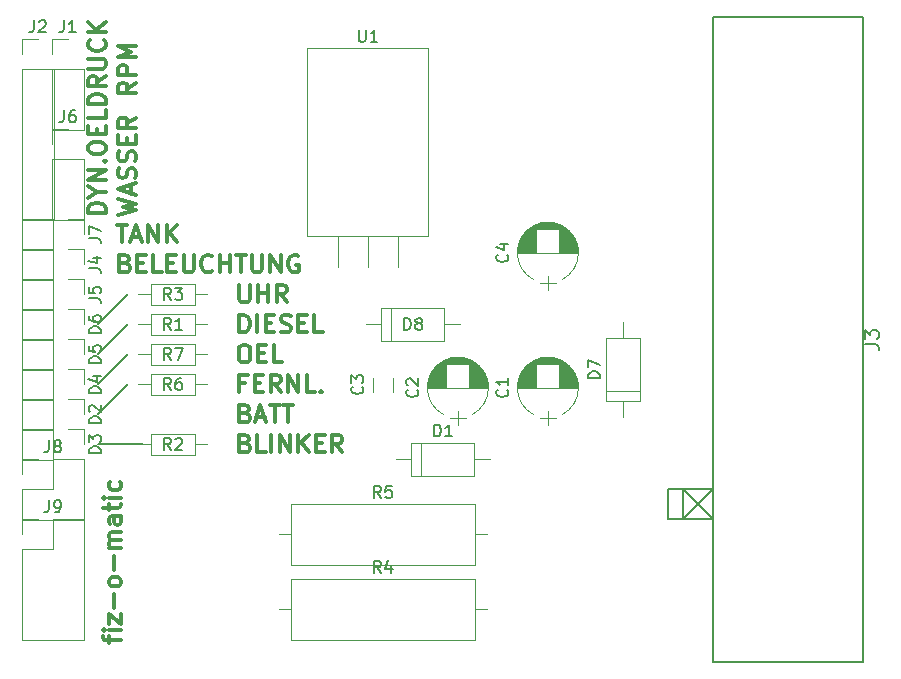
<source format=gto>
G04 #@! TF.GenerationSoftware,KiCad,Pcbnew,(5.0.0-3-g5ebb6b6)*
G04 #@! TF.CreationDate,2018-12-30T11:26:31+01:00*
G04 #@! TF.ProjectId,Leiterfolie,4C6569746572666F6C69652E6B696361,rev?*
G04 #@! TF.SameCoordinates,Original*
G04 #@! TF.FileFunction,Legend,Top*
G04 #@! TF.FilePolarity,Positive*
%FSLAX46Y46*%
G04 Gerber Fmt 4.6, Leading zero omitted, Abs format (unit mm)*
G04 Created by KiCad (PCBNEW (5.0.0-3-g5ebb6b6)) date Sunday, 30. December 2018 um 11:26:31*
%MOMM*%
%LPD*%
G01*
G04 APERTURE LIST*
%ADD10C,0.200000*%
%ADD11C,0.300000*%
%ADD12C,0.120000*%
%ADD13C,0.150000*%
G04 APERTURE END LIST*
D10*
X85090000Y-118110000D02*
X81280000Y-118110000D01*
X83820000Y-105410000D02*
X81280000Y-107950000D01*
X83820000Y-107950000D02*
X81280000Y-110490000D01*
X83820000Y-110490000D02*
X81280000Y-113030000D01*
X83820000Y-113030000D02*
X81280000Y-115570000D01*
X130810000Y-124460000D02*
X133350000Y-121920000D01*
X130810000Y-121920000D02*
X130810000Y-124460000D01*
X133350000Y-124460000D02*
X130810000Y-121920000D01*
X129540000Y-124460000D02*
X133350000Y-124460000D01*
X129540000Y-121920000D02*
X129540000Y-124460000D01*
X133350000Y-121920000D02*
X129540000Y-121920000D01*
D11*
X82228571Y-134917142D02*
X82228571Y-134345714D01*
X83228571Y-134702857D02*
X81942857Y-134702857D01*
X81800000Y-134631428D01*
X81728571Y-134488571D01*
X81728571Y-134345714D01*
X83228571Y-133845714D02*
X82228571Y-133845714D01*
X81728571Y-133845714D02*
X81800000Y-133917142D01*
X81871428Y-133845714D01*
X81800000Y-133774285D01*
X81728571Y-133845714D01*
X81871428Y-133845714D01*
X82228571Y-133274285D02*
X82228571Y-132488571D01*
X83228571Y-133274285D01*
X83228571Y-132488571D01*
X82657142Y-131917142D02*
X82657142Y-130774285D01*
X83228571Y-129845714D02*
X83157142Y-129988571D01*
X83085714Y-130060000D01*
X82942857Y-130131428D01*
X82514285Y-130131428D01*
X82371428Y-130060000D01*
X82300000Y-129988571D01*
X82228571Y-129845714D01*
X82228571Y-129631428D01*
X82300000Y-129488571D01*
X82371428Y-129417142D01*
X82514285Y-129345714D01*
X82942857Y-129345714D01*
X83085714Y-129417142D01*
X83157142Y-129488571D01*
X83228571Y-129631428D01*
X83228571Y-129845714D01*
X82657142Y-128702857D02*
X82657142Y-127560000D01*
X83228571Y-126845714D02*
X82228571Y-126845714D01*
X82371428Y-126845714D02*
X82300000Y-126774285D01*
X82228571Y-126631428D01*
X82228571Y-126417142D01*
X82300000Y-126274285D01*
X82442857Y-126202857D01*
X83228571Y-126202857D01*
X82442857Y-126202857D02*
X82300000Y-126131428D01*
X82228571Y-125988571D01*
X82228571Y-125774285D01*
X82300000Y-125631428D01*
X82442857Y-125560000D01*
X83228571Y-125560000D01*
X83228571Y-124202857D02*
X82442857Y-124202857D01*
X82300000Y-124274285D01*
X82228571Y-124417142D01*
X82228571Y-124702857D01*
X82300000Y-124845714D01*
X83157142Y-124202857D02*
X83228571Y-124345714D01*
X83228571Y-124702857D01*
X83157142Y-124845714D01*
X83014285Y-124917142D01*
X82871428Y-124917142D01*
X82728571Y-124845714D01*
X82657142Y-124702857D01*
X82657142Y-124345714D01*
X82585714Y-124202857D01*
X82228571Y-123702857D02*
X82228571Y-123131428D01*
X81728571Y-123488571D02*
X83014285Y-123488571D01*
X83157142Y-123417142D01*
X83228571Y-123274285D01*
X83228571Y-123131428D01*
X83228571Y-122631428D02*
X82228571Y-122631428D01*
X81728571Y-122631428D02*
X81800000Y-122702857D01*
X81871428Y-122631428D01*
X81800000Y-122560000D01*
X81728571Y-122631428D01*
X81871428Y-122631428D01*
X83157142Y-121274285D02*
X83228571Y-121417142D01*
X83228571Y-121702857D01*
X83157142Y-121845714D01*
X83085714Y-121917142D01*
X82942857Y-121988571D01*
X82514285Y-121988571D01*
X82371428Y-121917142D01*
X82300000Y-121845714D01*
X82228571Y-121702857D01*
X82228571Y-121417142D01*
X82300000Y-121274285D01*
X93762142Y-118002857D02*
X93976428Y-118074285D01*
X94047857Y-118145714D01*
X94119285Y-118288571D01*
X94119285Y-118502857D01*
X94047857Y-118645714D01*
X93976428Y-118717142D01*
X93833571Y-118788571D01*
X93262142Y-118788571D01*
X93262142Y-117288571D01*
X93762142Y-117288571D01*
X93905000Y-117360000D01*
X93976428Y-117431428D01*
X94047857Y-117574285D01*
X94047857Y-117717142D01*
X93976428Y-117860000D01*
X93905000Y-117931428D01*
X93762142Y-118002857D01*
X93262142Y-118002857D01*
X95476428Y-118788571D02*
X94762142Y-118788571D01*
X94762142Y-117288571D01*
X95976428Y-118788571D02*
X95976428Y-117288571D01*
X96690714Y-118788571D02*
X96690714Y-117288571D01*
X97547857Y-118788571D01*
X97547857Y-117288571D01*
X98262142Y-118788571D02*
X98262142Y-117288571D01*
X99119285Y-118788571D02*
X98476428Y-117931428D01*
X99119285Y-117288571D02*
X98262142Y-118145714D01*
X99762142Y-118002857D02*
X100262142Y-118002857D01*
X100476428Y-118788571D02*
X99762142Y-118788571D01*
X99762142Y-117288571D01*
X100476428Y-117288571D01*
X101976428Y-118788571D02*
X101476428Y-118074285D01*
X101119285Y-118788571D02*
X101119285Y-117288571D01*
X101690714Y-117288571D01*
X101833571Y-117360000D01*
X101905000Y-117431428D01*
X101976428Y-117574285D01*
X101976428Y-117788571D01*
X101905000Y-117931428D01*
X101833571Y-118002857D01*
X101690714Y-118074285D01*
X101119285Y-118074285D01*
X93762142Y-115462857D02*
X93976428Y-115534285D01*
X94047857Y-115605714D01*
X94119285Y-115748571D01*
X94119285Y-115962857D01*
X94047857Y-116105714D01*
X93976428Y-116177142D01*
X93833571Y-116248571D01*
X93262142Y-116248571D01*
X93262142Y-114748571D01*
X93762142Y-114748571D01*
X93905000Y-114820000D01*
X93976428Y-114891428D01*
X94047857Y-115034285D01*
X94047857Y-115177142D01*
X93976428Y-115320000D01*
X93905000Y-115391428D01*
X93762142Y-115462857D01*
X93262142Y-115462857D01*
X94690714Y-115820000D02*
X95405000Y-115820000D01*
X94547857Y-116248571D02*
X95047857Y-114748571D01*
X95547857Y-116248571D01*
X95833571Y-114748571D02*
X96690714Y-114748571D01*
X96262142Y-116248571D02*
X96262142Y-114748571D01*
X96976428Y-114748571D02*
X97833571Y-114748571D01*
X97405000Y-116248571D02*
X97405000Y-114748571D01*
X93762142Y-112922857D02*
X93262142Y-112922857D01*
X93262142Y-113708571D02*
X93262142Y-112208571D01*
X93976428Y-112208571D01*
X94547857Y-112922857D02*
X95047857Y-112922857D01*
X95262142Y-113708571D02*
X94547857Y-113708571D01*
X94547857Y-112208571D01*
X95262142Y-112208571D01*
X96762142Y-113708571D02*
X96262142Y-112994285D01*
X95905000Y-113708571D02*
X95905000Y-112208571D01*
X96476428Y-112208571D01*
X96619285Y-112280000D01*
X96690714Y-112351428D01*
X96762142Y-112494285D01*
X96762142Y-112708571D01*
X96690714Y-112851428D01*
X96619285Y-112922857D01*
X96476428Y-112994285D01*
X95905000Y-112994285D01*
X97405000Y-113708571D02*
X97405000Y-112208571D01*
X98262142Y-113708571D01*
X98262142Y-112208571D01*
X99690714Y-113708571D02*
X98976428Y-113708571D01*
X98976428Y-112208571D01*
X100190714Y-113565714D02*
X100262142Y-113637142D01*
X100190714Y-113708571D01*
X100119285Y-113637142D01*
X100190714Y-113565714D01*
X100190714Y-113708571D01*
X93547857Y-109668571D02*
X93833571Y-109668571D01*
X93976428Y-109740000D01*
X94119285Y-109882857D01*
X94190714Y-110168571D01*
X94190714Y-110668571D01*
X94119285Y-110954285D01*
X93976428Y-111097142D01*
X93833571Y-111168571D01*
X93547857Y-111168571D01*
X93405000Y-111097142D01*
X93262142Y-110954285D01*
X93190714Y-110668571D01*
X93190714Y-110168571D01*
X93262142Y-109882857D01*
X93405000Y-109740000D01*
X93547857Y-109668571D01*
X94833571Y-110382857D02*
X95333571Y-110382857D01*
X95547857Y-111168571D02*
X94833571Y-111168571D01*
X94833571Y-109668571D01*
X95547857Y-109668571D01*
X96905000Y-111168571D02*
X96190714Y-111168571D01*
X96190714Y-109668571D01*
X93262142Y-108628571D02*
X93262142Y-107128571D01*
X93619285Y-107128571D01*
X93833571Y-107200000D01*
X93976428Y-107342857D01*
X94047857Y-107485714D01*
X94119285Y-107771428D01*
X94119285Y-107985714D01*
X94047857Y-108271428D01*
X93976428Y-108414285D01*
X93833571Y-108557142D01*
X93619285Y-108628571D01*
X93262142Y-108628571D01*
X94762142Y-108628571D02*
X94762142Y-107128571D01*
X95476428Y-107842857D02*
X95976428Y-107842857D01*
X96190714Y-108628571D02*
X95476428Y-108628571D01*
X95476428Y-107128571D01*
X96190714Y-107128571D01*
X96762142Y-108557142D02*
X96976428Y-108628571D01*
X97333571Y-108628571D01*
X97476428Y-108557142D01*
X97547857Y-108485714D01*
X97619285Y-108342857D01*
X97619285Y-108200000D01*
X97547857Y-108057142D01*
X97476428Y-107985714D01*
X97333571Y-107914285D01*
X97047857Y-107842857D01*
X96905000Y-107771428D01*
X96833571Y-107700000D01*
X96762142Y-107557142D01*
X96762142Y-107414285D01*
X96833571Y-107271428D01*
X96905000Y-107200000D01*
X97047857Y-107128571D01*
X97405000Y-107128571D01*
X97619285Y-107200000D01*
X98262142Y-107842857D02*
X98762142Y-107842857D01*
X98976428Y-108628571D02*
X98262142Y-108628571D01*
X98262142Y-107128571D01*
X98976428Y-107128571D01*
X100333571Y-108628571D02*
X99619285Y-108628571D01*
X99619285Y-107128571D01*
X93262142Y-104588571D02*
X93262142Y-105802857D01*
X93333571Y-105945714D01*
X93405000Y-106017142D01*
X93547857Y-106088571D01*
X93833571Y-106088571D01*
X93976428Y-106017142D01*
X94047857Y-105945714D01*
X94119285Y-105802857D01*
X94119285Y-104588571D01*
X94833571Y-106088571D02*
X94833571Y-104588571D01*
X94833571Y-105302857D02*
X95690714Y-105302857D01*
X95690714Y-106088571D02*
X95690714Y-104588571D01*
X97262142Y-106088571D02*
X96762142Y-105374285D01*
X96405000Y-106088571D02*
X96405000Y-104588571D01*
X96976428Y-104588571D01*
X97119285Y-104660000D01*
X97190714Y-104731428D01*
X97262142Y-104874285D01*
X97262142Y-105088571D01*
X97190714Y-105231428D01*
X97119285Y-105302857D01*
X96976428Y-105374285D01*
X96405000Y-105374285D01*
X83602142Y-102762857D02*
X83816428Y-102834285D01*
X83887857Y-102905714D01*
X83959285Y-103048571D01*
X83959285Y-103262857D01*
X83887857Y-103405714D01*
X83816428Y-103477142D01*
X83673571Y-103548571D01*
X83102142Y-103548571D01*
X83102142Y-102048571D01*
X83602142Y-102048571D01*
X83745000Y-102120000D01*
X83816428Y-102191428D01*
X83887857Y-102334285D01*
X83887857Y-102477142D01*
X83816428Y-102620000D01*
X83745000Y-102691428D01*
X83602142Y-102762857D01*
X83102142Y-102762857D01*
X84602142Y-102762857D02*
X85102142Y-102762857D01*
X85316428Y-103548571D02*
X84602142Y-103548571D01*
X84602142Y-102048571D01*
X85316428Y-102048571D01*
X86673571Y-103548571D02*
X85959285Y-103548571D01*
X85959285Y-102048571D01*
X87173571Y-102762857D02*
X87673571Y-102762857D01*
X87887857Y-103548571D02*
X87173571Y-103548571D01*
X87173571Y-102048571D01*
X87887857Y-102048571D01*
X88530714Y-102048571D02*
X88530714Y-103262857D01*
X88602142Y-103405714D01*
X88673571Y-103477142D01*
X88816428Y-103548571D01*
X89102142Y-103548571D01*
X89245000Y-103477142D01*
X89316428Y-103405714D01*
X89387857Y-103262857D01*
X89387857Y-102048571D01*
X90959285Y-103405714D02*
X90887857Y-103477142D01*
X90673571Y-103548571D01*
X90530714Y-103548571D01*
X90316428Y-103477142D01*
X90173571Y-103334285D01*
X90102142Y-103191428D01*
X90030714Y-102905714D01*
X90030714Y-102691428D01*
X90102142Y-102405714D01*
X90173571Y-102262857D01*
X90316428Y-102120000D01*
X90530714Y-102048571D01*
X90673571Y-102048571D01*
X90887857Y-102120000D01*
X90959285Y-102191428D01*
X91602142Y-103548571D02*
X91602142Y-102048571D01*
X91602142Y-102762857D02*
X92459285Y-102762857D01*
X92459285Y-103548571D02*
X92459285Y-102048571D01*
X92959285Y-102048571D02*
X93816428Y-102048571D01*
X93387857Y-103548571D02*
X93387857Y-102048571D01*
X94316428Y-102048571D02*
X94316428Y-103262857D01*
X94387857Y-103405714D01*
X94459285Y-103477142D01*
X94602142Y-103548571D01*
X94887857Y-103548571D01*
X95030714Y-103477142D01*
X95102142Y-103405714D01*
X95173571Y-103262857D01*
X95173571Y-102048571D01*
X95887857Y-103548571D02*
X95887857Y-102048571D01*
X96745000Y-103548571D01*
X96745000Y-102048571D01*
X98245000Y-102120000D02*
X98102142Y-102048571D01*
X97887857Y-102048571D01*
X97673571Y-102120000D01*
X97530714Y-102262857D01*
X97459285Y-102405714D01*
X97387857Y-102691428D01*
X97387857Y-102905714D01*
X97459285Y-103191428D01*
X97530714Y-103334285D01*
X97673571Y-103477142D01*
X97887857Y-103548571D01*
X98030714Y-103548571D01*
X98245000Y-103477142D01*
X98316428Y-103405714D01*
X98316428Y-102905714D01*
X98030714Y-102905714D01*
X82887857Y-99508571D02*
X83745000Y-99508571D01*
X83316428Y-101008571D02*
X83316428Y-99508571D01*
X84173571Y-100580000D02*
X84887857Y-100580000D01*
X84030714Y-101008571D02*
X84530714Y-99508571D01*
X85030714Y-101008571D01*
X85530714Y-101008571D02*
X85530714Y-99508571D01*
X86387857Y-101008571D01*
X86387857Y-99508571D01*
X87102142Y-101008571D02*
X87102142Y-99508571D01*
X87959285Y-101008571D02*
X87316428Y-100151428D01*
X87959285Y-99508571D02*
X87102142Y-100365714D01*
X82998571Y-98650714D02*
X84498571Y-98293571D01*
X83427142Y-98007857D01*
X84498571Y-97722142D01*
X82998571Y-97365000D01*
X84070000Y-96865000D02*
X84070000Y-96150714D01*
X84498571Y-97007857D02*
X82998571Y-96507857D01*
X84498571Y-96007857D01*
X84427142Y-95579285D02*
X84498571Y-95365000D01*
X84498571Y-95007857D01*
X84427142Y-94865000D01*
X84355714Y-94793571D01*
X84212857Y-94722142D01*
X84070000Y-94722142D01*
X83927142Y-94793571D01*
X83855714Y-94865000D01*
X83784285Y-95007857D01*
X83712857Y-95293571D01*
X83641428Y-95436428D01*
X83570000Y-95507857D01*
X83427142Y-95579285D01*
X83284285Y-95579285D01*
X83141428Y-95507857D01*
X83070000Y-95436428D01*
X82998571Y-95293571D01*
X82998571Y-94936428D01*
X83070000Y-94722142D01*
X84427142Y-94150714D02*
X84498571Y-93936428D01*
X84498571Y-93579285D01*
X84427142Y-93436428D01*
X84355714Y-93365000D01*
X84212857Y-93293571D01*
X84070000Y-93293571D01*
X83927142Y-93365000D01*
X83855714Y-93436428D01*
X83784285Y-93579285D01*
X83712857Y-93865000D01*
X83641428Y-94007857D01*
X83570000Y-94079285D01*
X83427142Y-94150714D01*
X83284285Y-94150714D01*
X83141428Y-94079285D01*
X83070000Y-94007857D01*
X82998571Y-93865000D01*
X82998571Y-93507857D01*
X83070000Y-93293571D01*
X83712857Y-92650714D02*
X83712857Y-92150714D01*
X84498571Y-91936428D02*
X84498571Y-92650714D01*
X82998571Y-92650714D01*
X82998571Y-91936428D01*
X84498571Y-90436428D02*
X83784285Y-90936428D01*
X84498571Y-91293571D02*
X82998571Y-91293571D01*
X82998571Y-90722142D01*
X83070000Y-90579285D01*
X83141428Y-90507857D01*
X83284285Y-90436428D01*
X83498571Y-90436428D01*
X83641428Y-90507857D01*
X83712857Y-90579285D01*
X83784285Y-90722142D01*
X83784285Y-91293571D01*
X84498571Y-87490714D02*
X83784285Y-87990714D01*
X84498571Y-88347857D02*
X82998571Y-88347857D01*
X82998571Y-87776428D01*
X83070000Y-87633571D01*
X83141428Y-87562142D01*
X83284285Y-87490714D01*
X83498571Y-87490714D01*
X83641428Y-87562142D01*
X83712857Y-87633571D01*
X83784285Y-87776428D01*
X83784285Y-88347857D01*
X84498571Y-86847857D02*
X82998571Y-86847857D01*
X82998571Y-86276428D01*
X83070000Y-86133571D01*
X83141428Y-86062142D01*
X83284285Y-85990714D01*
X83498571Y-85990714D01*
X83641428Y-86062142D01*
X83712857Y-86133571D01*
X83784285Y-86276428D01*
X83784285Y-86847857D01*
X84498571Y-85347857D02*
X82998571Y-85347857D01*
X84070000Y-84847857D01*
X82998571Y-84347857D01*
X84498571Y-84347857D01*
X81958571Y-98507857D02*
X80458571Y-98507857D01*
X80458571Y-98150714D01*
X80530000Y-97936428D01*
X80672857Y-97793571D01*
X80815714Y-97722142D01*
X81101428Y-97650714D01*
X81315714Y-97650714D01*
X81601428Y-97722142D01*
X81744285Y-97793571D01*
X81887142Y-97936428D01*
X81958571Y-98150714D01*
X81958571Y-98507857D01*
X81244285Y-96722142D02*
X81958571Y-96722142D01*
X80458571Y-97222142D02*
X81244285Y-96722142D01*
X80458571Y-96222142D01*
X81958571Y-95722142D02*
X80458571Y-95722142D01*
X81958571Y-94865000D01*
X80458571Y-94865000D01*
X81815714Y-94150714D02*
X81887142Y-94079285D01*
X81958571Y-94150714D01*
X81887142Y-94222142D01*
X81815714Y-94150714D01*
X81958571Y-94150714D01*
X80458571Y-93150714D02*
X80458571Y-92865000D01*
X80530000Y-92722142D01*
X80672857Y-92579285D01*
X80958571Y-92507857D01*
X81458571Y-92507857D01*
X81744285Y-92579285D01*
X81887142Y-92722142D01*
X81958571Y-92865000D01*
X81958571Y-93150714D01*
X81887142Y-93293571D01*
X81744285Y-93436428D01*
X81458571Y-93507857D01*
X80958571Y-93507857D01*
X80672857Y-93436428D01*
X80530000Y-93293571D01*
X80458571Y-93150714D01*
X81172857Y-91865000D02*
X81172857Y-91365000D01*
X81958571Y-91150714D02*
X81958571Y-91865000D01*
X80458571Y-91865000D01*
X80458571Y-91150714D01*
X81958571Y-89793571D02*
X81958571Y-90507857D01*
X80458571Y-90507857D01*
X81958571Y-89293571D02*
X80458571Y-89293571D01*
X80458571Y-88936428D01*
X80530000Y-88722142D01*
X80672857Y-88579285D01*
X80815714Y-88507857D01*
X81101428Y-88436428D01*
X81315714Y-88436428D01*
X81601428Y-88507857D01*
X81744285Y-88579285D01*
X81887142Y-88722142D01*
X81958571Y-88936428D01*
X81958571Y-89293571D01*
X81958571Y-86936428D02*
X81244285Y-87436428D01*
X81958571Y-87793571D02*
X80458571Y-87793571D01*
X80458571Y-87222142D01*
X80530000Y-87079285D01*
X80601428Y-87007857D01*
X80744285Y-86936428D01*
X80958571Y-86936428D01*
X81101428Y-87007857D01*
X81172857Y-87079285D01*
X81244285Y-87222142D01*
X81244285Y-87793571D01*
X80458571Y-86293571D02*
X81672857Y-86293571D01*
X81815714Y-86222142D01*
X81887142Y-86150714D01*
X81958571Y-86007857D01*
X81958571Y-85722142D01*
X81887142Y-85579285D01*
X81815714Y-85507857D01*
X81672857Y-85436428D01*
X80458571Y-85436428D01*
X81815714Y-83865000D02*
X81887142Y-83936428D01*
X81958571Y-84150714D01*
X81958571Y-84293571D01*
X81887142Y-84507857D01*
X81744285Y-84650714D01*
X81601428Y-84722142D01*
X81315714Y-84793571D01*
X81101428Y-84793571D01*
X80815714Y-84722142D01*
X80672857Y-84650714D01*
X80530000Y-84507857D01*
X80458571Y-84293571D01*
X80458571Y-84150714D01*
X80530000Y-83936428D01*
X80601428Y-83865000D01*
X81958571Y-83222142D02*
X80458571Y-83222142D01*
X81958571Y-82365000D02*
X81101428Y-83007857D01*
X80458571Y-82365000D02*
X81315714Y-83222142D01*
D12*
G04 #@! TO.C,J1*
X77410000Y-91500000D02*
X80070000Y-91500000D01*
X77410000Y-86360000D02*
X77410000Y-91500000D01*
X80070000Y-86360000D02*
X80070000Y-91500000D01*
X77410000Y-86360000D02*
X80070000Y-86360000D01*
X77410000Y-85090000D02*
X77410000Y-83760000D01*
X77410000Y-83760000D02*
X78740000Y-83760000D01*
G04 #@! TO.C,J2*
X74870000Y-99120000D02*
X77530000Y-99120000D01*
X74870000Y-86360000D02*
X74870000Y-99120000D01*
X77530000Y-86360000D02*
X77530000Y-99120000D01*
X74870000Y-86360000D02*
X77530000Y-86360000D01*
X74870000Y-85090000D02*
X74870000Y-83760000D01*
X74870000Y-83760000D02*
X76200000Y-83760000D01*
G04 #@! TO.C,R6*
X89490000Y-113890000D02*
X89490000Y-112170000D01*
X89490000Y-112170000D02*
X85770000Y-112170000D01*
X85770000Y-112170000D02*
X85770000Y-113890000D01*
X85770000Y-113890000D02*
X89490000Y-113890000D01*
X90560000Y-113030000D02*
X89490000Y-113030000D01*
X84700000Y-113030000D02*
X85770000Y-113030000D01*
D13*
G04 #@! TO.C,J3*
X133350000Y-136525000D02*
X133350000Y-81915000D01*
X133350000Y-81915000D02*
X146050000Y-81915000D01*
X146050000Y-81915000D02*
X146050000Y-136525000D01*
X146050000Y-136525000D02*
X133350000Y-136525000D01*
D12*
G04 #@! TO.C,R2*
X85770000Y-117250000D02*
X85770000Y-118970000D01*
X85770000Y-118970000D02*
X89490000Y-118970000D01*
X89490000Y-118970000D02*
X89490000Y-117250000D01*
X89490000Y-117250000D02*
X85770000Y-117250000D01*
X84700000Y-118110000D02*
X85770000Y-118110000D01*
X90560000Y-118110000D02*
X89490000Y-118110000D01*
G04 #@! TO.C,D3*
X74870000Y-116780000D02*
X74870000Y-119440000D01*
X77470000Y-116780000D02*
X74870000Y-116780000D01*
X77470000Y-119440000D02*
X74870000Y-119440000D01*
X77470000Y-116780000D02*
X77470000Y-119440000D01*
X78740000Y-116780000D02*
X80070000Y-116780000D01*
X80070000Y-116780000D02*
X80070000Y-118110000D01*
G04 #@! TO.C,J5*
X74870000Y-104080000D02*
X74870000Y-106740000D01*
X77470000Y-104080000D02*
X74870000Y-104080000D01*
X77470000Y-106740000D02*
X74870000Y-106740000D01*
X77470000Y-104080000D02*
X77470000Y-106740000D01*
X78740000Y-104080000D02*
X80070000Y-104080000D01*
X80070000Y-104080000D02*
X80070000Y-105410000D01*
G04 #@! TO.C,J6*
X77410000Y-99120000D02*
X80070000Y-99120000D01*
X77410000Y-93980000D02*
X77410000Y-99120000D01*
X80070000Y-93980000D02*
X80070000Y-99120000D01*
X77410000Y-93980000D02*
X80070000Y-93980000D01*
X77410000Y-92710000D02*
X77410000Y-91380000D01*
X77410000Y-91380000D02*
X78740000Y-91380000D01*
G04 #@! TO.C,D2*
X74870000Y-114240000D02*
X74870000Y-116900000D01*
X77470000Y-114240000D02*
X74870000Y-114240000D01*
X77470000Y-116900000D02*
X74870000Y-116900000D01*
X77470000Y-114240000D02*
X77470000Y-116900000D01*
X78740000Y-114240000D02*
X80070000Y-114240000D01*
X80070000Y-114240000D02*
X80070000Y-115570000D01*
G04 #@! TO.C,D4*
X74870000Y-111700000D02*
X74870000Y-114360000D01*
X77470000Y-111700000D02*
X74870000Y-111700000D01*
X77470000Y-114360000D02*
X74870000Y-114360000D01*
X77470000Y-111700000D02*
X77470000Y-114360000D01*
X78740000Y-111700000D02*
X80070000Y-111700000D01*
X80070000Y-111700000D02*
X80070000Y-113030000D01*
G04 #@! TO.C,D5*
X74870000Y-109160000D02*
X74870000Y-111820000D01*
X77470000Y-109160000D02*
X74870000Y-109160000D01*
X77470000Y-111820000D02*
X74870000Y-111820000D01*
X77470000Y-109160000D02*
X77470000Y-111820000D01*
X78740000Y-109160000D02*
X80070000Y-109160000D01*
X80070000Y-109160000D02*
X80070000Y-110490000D01*
G04 #@! TO.C,D6*
X74870000Y-106620000D02*
X74870000Y-109280000D01*
X77470000Y-106620000D02*
X74870000Y-106620000D01*
X77470000Y-109280000D02*
X74870000Y-109280000D01*
X77470000Y-106620000D02*
X77470000Y-109280000D01*
X78740000Y-106620000D02*
X80070000Y-106620000D01*
X80070000Y-106620000D02*
X80070000Y-107950000D01*
G04 #@! TO.C,J7*
X74870000Y-99000000D02*
X74870000Y-101660000D01*
X77470000Y-99000000D02*
X74870000Y-99000000D01*
X77470000Y-101660000D02*
X74870000Y-101660000D01*
X77470000Y-99000000D02*
X77470000Y-101660000D01*
X78740000Y-99000000D02*
X80070000Y-99000000D01*
X80070000Y-99000000D02*
X80070000Y-100330000D01*
G04 #@! TO.C,J8*
X74870000Y-124520000D02*
X80070000Y-124520000D01*
X74870000Y-121920000D02*
X74870000Y-124520000D01*
X80070000Y-119320000D02*
X80070000Y-124520000D01*
X74870000Y-121920000D02*
X77470000Y-121920000D01*
X77470000Y-121920000D02*
X77470000Y-119320000D01*
X77470000Y-119320000D02*
X80070000Y-119320000D01*
X74870000Y-120650000D02*
X74870000Y-119320000D01*
X74870000Y-119320000D02*
X76200000Y-119320000D01*
G04 #@! TO.C,J4*
X74870000Y-101540000D02*
X74870000Y-104200000D01*
X77470000Y-101540000D02*
X74870000Y-101540000D01*
X77470000Y-104200000D02*
X74870000Y-104200000D01*
X77470000Y-101540000D02*
X77470000Y-104200000D01*
X78740000Y-101540000D02*
X80070000Y-101540000D01*
X80070000Y-101540000D02*
X80070000Y-102870000D01*
G04 #@! TO.C,C1*
X118200277Y-110994278D02*
G75*
G03X118200000Y-115605580I1179723J-2305722D01*
G01*
X120559723Y-110994278D02*
G75*
G02X120560000Y-115605580I-1179723J-2305722D01*
G01*
X120559723Y-110994278D02*
G75*
G03X118200000Y-110994420I-1179723J-2305722D01*
G01*
X116830000Y-113300000D02*
X121930000Y-113300000D01*
X116830000Y-113260000D02*
X118400000Y-113260000D01*
X120360000Y-113260000D02*
X121930000Y-113260000D01*
X116831000Y-113220000D02*
X118400000Y-113220000D01*
X120360000Y-113220000D02*
X121929000Y-113220000D01*
X116832000Y-113180000D02*
X118400000Y-113180000D01*
X120360000Y-113180000D02*
X121928000Y-113180000D01*
X116834000Y-113140000D02*
X118400000Y-113140000D01*
X120360000Y-113140000D02*
X121926000Y-113140000D01*
X116837000Y-113100000D02*
X118400000Y-113100000D01*
X120360000Y-113100000D02*
X121923000Y-113100000D01*
X116841000Y-113060000D02*
X118400000Y-113060000D01*
X120360000Y-113060000D02*
X121919000Y-113060000D01*
X116845000Y-113020000D02*
X118400000Y-113020000D01*
X120360000Y-113020000D02*
X121915000Y-113020000D01*
X116849000Y-112980000D02*
X118400000Y-112980000D01*
X120360000Y-112980000D02*
X121911000Y-112980000D01*
X116855000Y-112940000D02*
X118400000Y-112940000D01*
X120360000Y-112940000D02*
X121905000Y-112940000D01*
X116861000Y-112900000D02*
X118400000Y-112900000D01*
X120360000Y-112900000D02*
X121899000Y-112900000D01*
X116867000Y-112860000D02*
X118400000Y-112860000D01*
X120360000Y-112860000D02*
X121893000Y-112860000D01*
X116874000Y-112820000D02*
X118400000Y-112820000D01*
X120360000Y-112820000D02*
X121886000Y-112820000D01*
X116882000Y-112780000D02*
X118400000Y-112780000D01*
X120360000Y-112780000D02*
X121878000Y-112780000D01*
X116891000Y-112740000D02*
X118400000Y-112740000D01*
X120360000Y-112740000D02*
X121869000Y-112740000D01*
X116900000Y-112700000D02*
X118400000Y-112700000D01*
X120360000Y-112700000D02*
X121860000Y-112700000D01*
X116910000Y-112660000D02*
X118400000Y-112660000D01*
X120360000Y-112660000D02*
X121850000Y-112660000D01*
X116920000Y-112620000D02*
X118400000Y-112620000D01*
X120360000Y-112620000D02*
X121840000Y-112620000D01*
X116932000Y-112579000D02*
X118400000Y-112579000D01*
X120360000Y-112579000D02*
X121828000Y-112579000D01*
X116944000Y-112539000D02*
X118400000Y-112539000D01*
X120360000Y-112539000D02*
X121816000Y-112539000D01*
X116956000Y-112499000D02*
X118400000Y-112499000D01*
X120360000Y-112499000D02*
X121804000Y-112499000D01*
X116970000Y-112459000D02*
X118400000Y-112459000D01*
X120360000Y-112459000D02*
X121790000Y-112459000D01*
X116984000Y-112419000D02*
X118400000Y-112419000D01*
X120360000Y-112419000D02*
X121776000Y-112419000D01*
X116998000Y-112379000D02*
X118400000Y-112379000D01*
X120360000Y-112379000D02*
X121762000Y-112379000D01*
X117014000Y-112339000D02*
X118400000Y-112339000D01*
X120360000Y-112339000D02*
X121746000Y-112339000D01*
X117030000Y-112299000D02*
X118400000Y-112299000D01*
X120360000Y-112299000D02*
X121730000Y-112299000D01*
X117047000Y-112259000D02*
X118400000Y-112259000D01*
X120360000Y-112259000D02*
X121713000Y-112259000D01*
X117065000Y-112219000D02*
X118400000Y-112219000D01*
X120360000Y-112219000D02*
X121695000Y-112219000D01*
X117084000Y-112179000D02*
X118400000Y-112179000D01*
X120360000Y-112179000D02*
X121676000Y-112179000D01*
X117104000Y-112139000D02*
X118400000Y-112139000D01*
X120360000Y-112139000D02*
X121656000Y-112139000D01*
X117124000Y-112099000D02*
X118400000Y-112099000D01*
X120360000Y-112099000D02*
X121636000Y-112099000D01*
X117146000Y-112059000D02*
X118400000Y-112059000D01*
X120360000Y-112059000D02*
X121614000Y-112059000D01*
X117168000Y-112019000D02*
X118400000Y-112019000D01*
X120360000Y-112019000D02*
X121592000Y-112019000D01*
X117191000Y-111979000D02*
X118400000Y-111979000D01*
X120360000Y-111979000D02*
X121569000Y-111979000D01*
X117215000Y-111939000D02*
X118400000Y-111939000D01*
X120360000Y-111939000D02*
X121545000Y-111939000D01*
X117240000Y-111899000D02*
X118400000Y-111899000D01*
X120360000Y-111899000D02*
X121520000Y-111899000D01*
X117267000Y-111859000D02*
X118400000Y-111859000D01*
X120360000Y-111859000D02*
X121493000Y-111859000D01*
X117294000Y-111819000D02*
X118400000Y-111819000D01*
X120360000Y-111819000D02*
X121466000Y-111819000D01*
X117322000Y-111779000D02*
X118400000Y-111779000D01*
X120360000Y-111779000D02*
X121438000Y-111779000D01*
X117352000Y-111739000D02*
X118400000Y-111739000D01*
X120360000Y-111739000D02*
X121408000Y-111739000D01*
X117383000Y-111699000D02*
X118400000Y-111699000D01*
X120360000Y-111699000D02*
X121377000Y-111699000D01*
X117415000Y-111659000D02*
X118400000Y-111659000D01*
X120360000Y-111659000D02*
X121345000Y-111659000D01*
X117448000Y-111619000D02*
X118400000Y-111619000D01*
X120360000Y-111619000D02*
X121312000Y-111619000D01*
X117483000Y-111579000D02*
X118400000Y-111579000D01*
X120360000Y-111579000D02*
X121277000Y-111579000D01*
X117519000Y-111539000D02*
X118400000Y-111539000D01*
X120360000Y-111539000D02*
X121241000Y-111539000D01*
X117557000Y-111499000D02*
X118400000Y-111499000D01*
X120360000Y-111499000D02*
X121203000Y-111499000D01*
X117597000Y-111459000D02*
X118400000Y-111459000D01*
X120360000Y-111459000D02*
X121163000Y-111459000D01*
X117638000Y-111419000D02*
X118400000Y-111419000D01*
X120360000Y-111419000D02*
X121122000Y-111419000D01*
X117681000Y-111379000D02*
X118400000Y-111379000D01*
X120360000Y-111379000D02*
X121079000Y-111379000D01*
X117726000Y-111339000D02*
X118400000Y-111339000D01*
X120360000Y-111339000D02*
X121034000Y-111339000D01*
X117774000Y-111299000D02*
X120986000Y-111299000D01*
X117824000Y-111259000D02*
X120936000Y-111259000D01*
X117876000Y-111219000D02*
X120884000Y-111219000D01*
X117932000Y-111179000D02*
X120828000Y-111179000D01*
X117990000Y-111139000D02*
X120770000Y-111139000D01*
X118053000Y-111099000D02*
X120707000Y-111099000D01*
X118119000Y-111059000D02*
X120641000Y-111059000D01*
X118191000Y-111019000D02*
X120569000Y-111019000D01*
X118268000Y-110979000D02*
X120492000Y-110979000D01*
X118352000Y-110939000D02*
X120408000Y-110939000D01*
X118446000Y-110899000D02*
X120314000Y-110899000D01*
X118551000Y-110859000D02*
X120209000Y-110859000D01*
X118673000Y-110819000D02*
X120087000Y-110819000D01*
X118821000Y-110779000D02*
X119939000Y-110779000D01*
X119026000Y-110739000D02*
X119734000Y-110739000D01*
X119380000Y-116500000D02*
X119380000Y-115300000D01*
X118730000Y-115900000D02*
X120030000Y-115900000D01*
G04 #@! TO.C,C2*
X110580277Y-110994278D02*
G75*
G03X110580000Y-115605580I1179723J-2305722D01*
G01*
X112939723Y-110994278D02*
G75*
G02X112940000Y-115605580I-1179723J-2305722D01*
G01*
X112939723Y-110994278D02*
G75*
G03X110580000Y-110994420I-1179723J-2305722D01*
G01*
X109210000Y-113300000D02*
X114310000Y-113300000D01*
X109210000Y-113260000D02*
X110780000Y-113260000D01*
X112740000Y-113260000D02*
X114310000Y-113260000D01*
X109211000Y-113220000D02*
X110780000Y-113220000D01*
X112740000Y-113220000D02*
X114309000Y-113220000D01*
X109212000Y-113180000D02*
X110780000Y-113180000D01*
X112740000Y-113180000D02*
X114308000Y-113180000D01*
X109214000Y-113140000D02*
X110780000Y-113140000D01*
X112740000Y-113140000D02*
X114306000Y-113140000D01*
X109217000Y-113100000D02*
X110780000Y-113100000D01*
X112740000Y-113100000D02*
X114303000Y-113100000D01*
X109221000Y-113060000D02*
X110780000Y-113060000D01*
X112740000Y-113060000D02*
X114299000Y-113060000D01*
X109225000Y-113020000D02*
X110780000Y-113020000D01*
X112740000Y-113020000D02*
X114295000Y-113020000D01*
X109229000Y-112980000D02*
X110780000Y-112980000D01*
X112740000Y-112980000D02*
X114291000Y-112980000D01*
X109235000Y-112940000D02*
X110780000Y-112940000D01*
X112740000Y-112940000D02*
X114285000Y-112940000D01*
X109241000Y-112900000D02*
X110780000Y-112900000D01*
X112740000Y-112900000D02*
X114279000Y-112900000D01*
X109247000Y-112860000D02*
X110780000Y-112860000D01*
X112740000Y-112860000D02*
X114273000Y-112860000D01*
X109254000Y-112820000D02*
X110780000Y-112820000D01*
X112740000Y-112820000D02*
X114266000Y-112820000D01*
X109262000Y-112780000D02*
X110780000Y-112780000D01*
X112740000Y-112780000D02*
X114258000Y-112780000D01*
X109271000Y-112740000D02*
X110780000Y-112740000D01*
X112740000Y-112740000D02*
X114249000Y-112740000D01*
X109280000Y-112700000D02*
X110780000Y-112700000D01*
X112740000Y-112700000D02*
X114240000Y-112700000D01*
X109290000Y-112660000D02*
X110780000Y-112660000D01*
X112740000Y-112660000D02*
X114230000Y-112660000D01*
X109300000Y-112620000D02*
X110780000Y-112620000D01*
X112740000Y-112620000D02*
X114220000Y-112620000D01*
X109312000Y-112579000D02*
X110780000Y-112579000D01*
X112740000Y-112579000D02*
X114208000Y-112579000D01*
X109324000Y-112539000D02*
X110780000Y-112539000D01*
X112740000Y-112539000D02*
X114196000Y-112539000D01*
X109336000Y-112499000D02*
X110780000Y-112499000D01*
X112740000Y-112499000D02*
X114184000Y-112499000D01*
X109350000Y-112459000D02*
X110780000Y-112459000D01*
X112740000Y-112459000D02*
X114170000Y-112459000D01*
X109364000Y-112419000D02*
X110780000Y-112419000D01*
X112740000Y-112419000D02*
X114156000Y-112419000D01*
X109378000Y-112379000D02*
X110780000Y-112379000D01*
X112740000Y-112379000D02*
X114142000Y-112379000D01*
X109394000Y-112339000D02*
X110780000Y-112339000D01*
X112740000Y-112339000D02*
X114126000Y-112339000D01*
X109410000Y-112299000D02*
X110780000Y-112299000D01*
X112740000Y-112299000D02*
X114110000Y-112299000D01*
X109427000Y-112259000D02*
X110780000Y-112259000D01*
X112740000Y-112259000D02*
X114093000Y-112259000D01*
X109445000Y-112219000D02*
X110780000Y-112219000D01*
X112740000Y-112219000D02*
X114075000Y-112219000D01*
X109464000Y-112179000D02*
X110780000Y-112179000D01*
X112740000Y-112179000D02*
X114056000Y-112179000D01*
X109484000Y-112139000D02*
X110780000Y-112139000D01*
X112740000Y-112139000D02*
X114036000Y-112139000D01*
X109504000Y-112099000D02*
X110780000Y-112099000D01*
X112740000Y-112099000D02*
X114016000Y-112099000D01*
X109526000Y-112059000D02*
X110780000Y-112059000D01*
X112740000Y-112059000D02*
X113994000Y-112059000D01*
X109548000Y-112019000D02*
X110780000Y-112019000D01*
X112740000Y-112019000D02*
X113972000Y-112019000D01*
X109571000Y-111979000D02*
X110780000Y-111979000D01*
X112740000Y-111979000D02*
X113949000Y-111979000D01*
X109595000Y-111939000D02*
X110780000Y-111939000D01*
X112740000Y-111939000D02*
X113925000Y-111939000D01*
X109620000Y-111899000D02*
X110780000Y-111899000D01*
X112740000Y-111899000D02*
X113900000Y-111899000D01*
X109647000Y-111859000D02*
X110780000Y-111859000D01*
X112740000Y-111859000D02*
X113873000Y-111859000D01*
X109674000Y-111819000D02*
X110780000Y-111819000D01*
X112740000Y-111819000D02*
X113846000Y-111819000D01*
X109702000Y-111779000D02*
X110780000Y-111779000D01*
X112740000Y-111779000D02*
X113818000Y-111779000D01*
X109732000Y-111739000D02*
X110780000Y-111739000D01*
X112740000Y-111739000D02*
X113788000Y-111739000D01*
X109763000Y-111699000D02*
X110780000Y-111699000D01*
X112740000Y-111699000D02*
X113757000Y-111699000D01*
X109795000Y-111659000D02*
X110780000Y-111659000D01*
X112740000Y-111659000D02*
X113725000Y-111659000D01*
X109828000Y-111619000D02*
X110780000Y-111619000D01*
X112740000Y-111619000D02*
X113692000Y-111619000D01*
X109863000Y-111579000D02*
X110780000Y-111579000D01*
X112740000Y-111579000D02*
X113657000Y-111579000D01*
X109899000Y-111539000D02*
X110780000Y-111539000D01*
X112740000Y-111539000D02*
X113621000Y-111539000D01*
X109937000Y-111499000D02*
X110780000Y-111499000D01*
X112740000Y-111499000D02*
X113583000Y-111499000D01*
X109977000Y-111459000D02*
X110780000Y-111459000D01*
X112740000Y-111459000D02*
X113543000Y-111459000D01*
X110018000Y-111419000D02*
X110780000Y-111419000D01*
X112740000Y-111419000D02*
X113502000Y-111419000D01*
X110061000Y-111379000D02*
X110780000Y-111379000D01*
X112740000Y-111379000D02*
X113459000Y-111379000D01*
X110106000Y-111339000D02*
X110780000Y-111339000D01*
X112740000Y-111339000D02*
X113414000Y-111339000D01*
X110154000Y-111299000D02*
X113366000Y-111299000D01*
X110204000Y-111259000D02*
X113316000Y-111259000D01*
X110256000Y-111219000D02*
X113264000Y-111219000D01*
X110312000Y-111179000D02*
X113208000Y-111179000D01*
X110370000Y-111139000D02*
X113150000Y-111139000D01*
X110433000Y-111099000D02*
X113087000Y-111099000D01*
X110499000Y-111059000D02*
X113021000Y-111059000D01*
X110571000Y-111019000D02*
X112949000Y-111019000D01*
X110648000Y-110979000D02*
X112872000Y-110979000D01*
X110732000Y-110939000D02*
X112788000Y-110939000D01*
X110826000Y-110899000D02*
X112694000Y-110899000D01*
X110931000Y-110859000D02*
X112589000Y-110859000D01*
X111053000Y-110819000D02*
X112467000Y-110819000D01*
X111201000Y-110779000D02*
X112319000Y-110779000D01*
X111406000Y-110739000D02*
X112114000Y-110739000D01*
X111760000Y-116500000D02*
X111760000Y-115300000D01*
X111110000Y-115900000D02*
X112410000Y-115900000D01*
G04 #@! TO.C,C3*
X104549000Y-113637000D02*
X104549000Y-112463000D01*
X106271000Y-113637000D02*
X106271000Y-112463000D01*
G04 #@! TO.C,D1*
X107830000Y-117970000D02*
X107830000Y-120790000D01*
X107830000Y-120790000D02*
X113150000Y-120790000D01*
X113150000Y-120790000D02*
X113150000Y-117970000D01*
X113150000Y-117970000D02*
X107830000Y-117970000D01*
X106490000Y-119380000D02*
X107830000Y-119380000D01*
X114490000Y-119380000D02*
X113150000Y-119380000D01*
X108670000Y-117970000D02*
X108670000Y-120790000D01*
G04 #@! TO.C,D7*
X124320000Y-114420000D02*
X127140000Y-114420000D01*
X127140000Y-114420000D02*
X127140000Y-109100000D01*
X127140000Y-109100000D02*
X124320000Y-109100000D01*
X124320000Y-109100000D02*
X124320000Y-114420000D01*
X125730000Y-115760000D02*
X125730000Y-114420000D01*
X125730000Y-107760000D02*
X125730000Y-109100000D01*
X124320000Y-113580000D02*
X127140000Y-113580000D01*
G04 #@! TO.C,D8*
X105290000Y-106540000D02*
X105290000Y-109360000D01*
X105290000Y-109360000D02*
X110610000Y-109360000D01*
X110610000Y-109360000D02*
X110610000Y-106540000D01*
X110610000Y-106540000D02*
X105290000Y-106540000D01*
X103950000Y-107950000D02*
X105290000Y-107950000D01*
X111950000Y-107950000D02*
X110610000Y-107950000D01*
X106130000Y-106540000D02*
X106130000Y-109360000D01*
G04 #@! TO.C,R1*
X85770000Y-107090000D02*
X85770000Y-108810000D01*
X85770000Y-108810000D02*
X89490000Y-108810000D01*
X89490000Y-108810000D02*
X89490000Y-107090000D01*
X89490000Y-107090000D02*
X85770000Y-107090000D01*
X84700000Y-107950000D02*
X85770000Y-107950000D01*
X90560000Y-107950000D02*
X89490000Y-107950000D01*
G04 #@! TO.C,R3*
X85770000Y-104550000D02*
X85770000Y-106270000D01*
X85770000Y-106270000D02*
X89490000Y-106270000D01*
X89490000Y-106270000D02*
X89490000Y-104550000D01*
X89490000Y-104550000D02*
X85770000Y-104550000D01*
X84700000Y-105410000D02*
X85770000Y-105410000D01*
X90560000Y-105410000D02*
X89490000Y-105410000D01*
G04 #@! TO.C,R7*
X89490000Y-111350000D02*
X89490000Y-109630000D01*
X89490000Y-109630000D02*
X85770000Y-109630000D01*
X85770000Y-109630000D02*
X85770000Y-111350000D01*
X85770000Y-111350000D02*
X89490000Y-111350000D01*
X90560000Y-110490000D02*
X89490000Y-110490000D01*
X84700000Y-110490000D02*
X85770000Y-110490000D01*
G04 #@! TO.C,R4*
X97600000Y-129520000D02*
X97600000Y-134640000D01*
X97600000Y-134640000D02*
X113220000Y-134640000D01*
X113220000Y-134640000D02*
X113220000Y-129520000D01*
X113220000Y-129520000D02*
X97600000Y-129520000D01*
X96630000Y-132080000D02*
X97600000Y-132080000D01*
X114190000Y-132080000D02*
X113220000Y-132080000D01*
G04 #@! TO.C,R5*
X97600000Y-123170000D02*
X97600000Y-128290000D01*
X97600000Y-128290000D02*
X113220000Y-128290000D01*
X113220000Y-128290000D02*
X113220000Y-123170000D01*
X113220000Y-123170000D02*
X97600000Y-123170000D01*
X96630000Y-125730000D02*
X97600000Y-125730000D01*
X114190000Y-125730000D02*
X113220000Y-125730000D01*
G04 #@! TO.C,U1*
X99020000Y-100450000D02*
X109260000Y-100450000D01*
X99020000Y-84560000D02*
X109260000Y-84560000D01*
X99020000Y-84560000D02*
X99020000Y-100450000D01*
X109260000Y-84560000D02*
X109260000Y-100450000D01*
X101600000Y-100450000D02*
X101600000Y-103090000D01*
X104140000Y-100450000D02*
X104140000Y-103074000D01*
X106680000Y-100450000D02*
X106680000Y-103074000D01*
G04 #@! TO.C,J9*
X74870000Y-134680000D02*
X80070000Y-134680000D01*
X74870000Y-127000000D02*
X74870000Y-134680000D01*
X80070000Y-124400000D02*
X80070000Y-134680000D01*
X74870000Y-127000000D02*
X77470000Y-127000000D01*
X77470000Y-127000000D02*
X77470000Y-124400000D01*
X77470000Y-124400000D02*
X80070000Y-124400000D01*
X74870000Y-125730000D02*
X74870000Y-124400000D01*
X74870000Y-124400000D02*
X76200000Y-124400000D01*
G04 #@! TO.C,C4*
X118200277Y-99564278D02*
G75*
G03X118200000Y-104175580I1179723J-2305722D01*
G01*
X120559723Y-99564278D02*
G75*
G02X120560000Y-104175580I-1179723J-2305722D01*
G01*
X120559723Y-99564278D02*
G75*
G03X118200000Y-99564420I-1179723J-2305722D01*
G01*
X116830000Y-101870000D02*
X121930000Y-101870000D01*
X116830000Y-101830000D02*
X118400000Y-101830000D01*
X120360000Y-101830000D02*
X121930000Y-101830000D01*
X116831000Y-101790000D02*
X118400000Y-101790000D01*
X120360000Y-101790000D02*
X121929000Y-101790000D01*
X116832000Y-101750000D02*
X118400000Y-101750000D01*
X120360000Y-101750000D02*
X121928000Y-101750000D01*
X116834000Y-101710000D02*
X118400000Y-101710000D01*
X120360000Y-101710000D02*
X121926000Y-101710000D01*
X116837000Y-101670000D02*
X118400000Y-101670000D01*
X120360000Y-101670000D02*
X121923000Y-101670000D01*
X116841000Y-101630000D02*
X118400000Y-101630000D01*
X120360000Y-101630000D02*
X121919000Y-101630000D01*
X116845000Y-101590000D02*
X118400000Y-101590000D01*
X120360000Y-101590000D02*
X121915000Y-101590000D01*
X116849000Y-101550000D02*
X118400000Y-101550000D01*
X120360000Y-101550000D02*
X121911000Y-101550000D01*
X116855000Y-101510000D02*
X118400000Y-101510000D01*
X120360000Y-101510000D02*
X121905000Y-101510000D01*
X116861000Y-101470000D02*
X118400000Y-101470000D01*
X120360000Y-101470000D02*
X121899000Y-101470000D01*
X116867000Y-101430000D02*
X118400000Y-101430000D01*
X120360000Y-101430000D02*
X121893000Y-101430000D01*
X116874000Y-101390000D02*
X118400000Y-101390000D01*
X120360000Y-101390000D02*
X121886000Y-101390000D01*
X116882000Y-101350000D02*
X118400000Y-101350000D01*
X120360000Y-101350000D02*
X121878000Y-101350000D01*
X116891000Y-101310000D02*
X118400000Y-101310000D01*
X120360000Y-101310000D02*
X121869000Y-101310000D01*
X116900000Y-101270000D02*
X118400000Y-101270000D01*
X120360000Y-101270000D02*
X121860000Y-101270000D01*
X116910000Y-101230000D02*
X118400000Y-101230000D01*
X120360000Y-101230000D02*
X121850000Y-101230000D01*
X116920000Y-101190000D02*
X118400000Y-101190000D01*
X120360000Y-101190000D02*
X121840000Y-101190000D01*
X116932000Y-101149000D02*
X118400000Y-101149000D01*
X120360000Y-101149000D02*
X121828000Y-101149000D01*
X116944000Y-101109000D02*
X118400000Y-101109000D01*
X120360000Y-101109000D02*
X121816000Y-101109000D01*
X116956000Y-101069000D02*
X118400000Y-101069000D01*
X120360000Y-101069000D02*
X121804000Y-101069000D01*
X116970000Y-101029000D02*
X118400000Y-101029000D01*
X120360000Y-101029000D02*
X121790000Y-101029000D01*
X116984000Y-100989000D02*
X118400000Y-100989000D01*
X120360000Y-100989000D02*
X121776000Y-100989000D01*
X116998000Y-100949000D02*
X118400000Y-100949000D01*
X120360000Y-100949000D02*
X121762000Y-100949000D01*
X117014000Y-100909000D02*
X118400000Y-100909000D01*
X120360000Y-100909000D02*
X121746000Y-100909000D01*
X117030000Y-100869000D02*
X118400000Y-100869000D01*
X120360000Y-100869000D02*
X121730000Y-100869000D01*
X117047000Y-100829000D02*
X118400000Y-100829000D01*
X120360000Y-100829000D02*
X121713000Y-100829000D01*
X117065000Y-100789000D02*
X118400000Y-100789000D01*
X120360000Y-100789000D02*
X121695000Y-100789000D01*
X117084000Y-100749000D02*
X118400000Y-100749000D01*
X120360000Y-100749000D02*
X121676000Y-100749000D01*
X117104000Y-100709000D02*
X118400000Y-100709000D01*
X120360000Y-100709000D02*
X121656000Y-100709000D01*
X117124000Y-100669000D02*
X118400000Y-100669000D01*
X120360000Y-100669000D02*
X121636000Y-100669000D01*
X117146000Y-100629000D02*
X118400000Y-100629000D01*
X120360000Y-100629000D02*
X121614000Y-100629000D01*
X117168000Y-100589000D02*
X118400000Y-100589000D01*
X120360000Y-100589000D02*
X121592000Y-100589000D01*
X117191000Y-100549000D02*
X118400000Y-100549000D01*
X120360000Y-100549000D02*
X121569000Y-100549000D01*
X117215000Y-100509000D02*
X118400000Y-100509000D01*
X120360000Y-100509000D02*
X121545000Y-100509000D01*
X117240000Y-100469000D02*
X118400000Y-100469000D01*
X120360000Y-100469000D02*
X121520000Y-100469000D01*
X117267000Y-100429000D02*
X118400000Y-100429000D01*
X120360000Y-100429000D02*
X121493000Y-100429000D01*
X117294000Y-100389000D02*
X118400000Y-100389000D01*
X120360000Y-100389000D02*
X121466000Y-100389000D01*
X117322000Y-100349000D02*
X118400000Y-100349000D01*
X120360000Y-100349000D02*
X121438000Y-100349000D01*
X117352000Y-100309000D02*
X118400000Y-100309000D01*
X120360000Y-100309000D02*
X121408000Y-100309000D01*
X117383000Y-100269000D02*
X118400000Y-100269000D01*
X120360000Y-100269000D02*
X121377000Y-100269000D01*
X117415000Y-100229000D02*
X118400000Y-100229000D01*
X120360000Y-100229000D02*
X121345000Y-100229000D01*
X117448000Y-100189000D02*
X118400000Y-100189000D01*
X120360000Y-100189000D02*
X121312000Y-100189000D01*
X117483000Y-100149000D02*
X118400000Y-100149000D01*
X120360000Y-100149000D02*
X121277000Y-100149000D01*
X117519000Y-100109000D02*
X118400000Y-100109000D01*
X120360000Y-100109000D02*
X121241000Y-100109000D01*
X117557000Y-100069000D02*
X118400000Y-100069000D01*
X120360000Y-100069000D02*
X121203000Y-100069000D01*
X117597000Y-100029000D02*
X118400000Y-100029000D01*
X120360000Y-100029000D02*
X121163000Y-100029000D01*
X117638000Y-99989000D02*
X118400000Y-99989000D01*
X120360000Y-99989000D02*
X121122000Y-99989000D01*
X117681000Y-99949000D02*
X118400000Y-99949000D01*
X120360000Y-99949000D02*
X121079000Y-99949000D01*
X117726000Y-99909000D02*
X118400000Y-99909000D01*
X120360000Y-99909000D02*
X121034000Y-99909000D01*
X117774000Y-99869000D02*
X120986000Y-99869000D01*
X117824000Y-99829000D02*
X120936000Y-99829000D01*
X117876000Y-99789000D02*
X120884000Y-99789000D01*
X117932000Y-99749000D02*
X120828000Y-99749000D01*
X117990000Y-99709000D02*
X120770000Y-99709000D01*
X118053000Y-99669000D02*
X120707000Y-99669000D01*
X118119000Y-99629000D02*
X120641000Y-99629000D01*
X118191000Y-99589000D02*
X120569000Y-99589000D01*
X118268000Y-99549000D02*
X120492000Y-99549000D01*
X118352000Y-99509000D02*
X120408000Y-99509000D01*
X118446000Y-99469000D02*
X120314000Y-99469000D01*
X118551000Y-99429000D02*
X120209000Y-99429000D01*
X118673000Y-99389000D02*
X120087000Y-99389000D01*
X118821000Y-99349000D02*
X119939000Y-99349000D01*
X119026000Y-99309000D02*
X119734000Y-99309000D01*
X119380000Y-105070000D02*
X119380000Y-103870000D01*
X118730000Y-104470000D02*
X120030000Y-104470000D01*
G04 #@! TO.C,J1*
D13*
X78406666Y-82212380D02*
X78406666Y-82926666D01*
X78359047Y-83069523D01*
X78263809Y-83164761D01*
X78120952Y-83212380D01*
X78025714Y-83212380D01*
X79406666Y-83212380D02*
X78835238Y-83212380D01*
X79120952Y-83212380D02*
X79120952Y-82212380D01*
X79025714Y-82355238D01*
X78930476Y-82450476D01*
X78835238Y-82498095D01*
G04 #@! TO.C,J2*
X75866666Y-82212380D02*
X75866666Y-82926666D01*
X75819047Y-83069523D01*
X75723809Y-83164761D01*
X75580952Y-83212380D01*
X75485714Y-83212380D01*
X76295238Y-82307619D02*
X76342857Y-82260000D01*
X76438095Y-82212380D01*
X76676190Y-82212380D01*
X76771428Y-82260000D01*
X76819047Y-82307619D01*
X76866666Y-82402857D01*
X76866666Y-82498095D01*
X76819047Y-82640952D01*
X76247619Y-83212380D01*
X76866666Y-83212380D01*
G04 #@! TO.C,R6*
X87463333Y-113482380D02*
X87130000Y-113006190D01*
X86891904Y-113482380D02*
X86891904Y-112482380D01*
X87272857Y-112482380D01*
X87368095Y-112530000D01*
X87415714Y-112577619D01*
X87463333Y-112672857D01*
X87463333Y-112815714D01*
X87415714Y-112910952D01*
X87368095Y-112958571D01*
X87272857Y-113006190D01*
X86891904Y-113006190D01*
X88320476Y-112482380D02*
X88130000Y-112482380D01*
X88034761Y-112530000D01*
X87987142Y-112577619D01*
X87891904Y-112720476D01*
X87844285Y-112910952D01*
X87844285Y-113291904D01*
X87891904Y-113387142D01*
X87939523Y-113434761D01*
X88034761Y-113482380D01*
X88225238Y-113482380D01*
X88320476Y-113434761D01*
X88368095Y-113387142D01*
X88415714Y-113291904D01*
X88415714Y-113053809D01*
X88368095Y-112958571D01*
X88320476Y-112910952D01*
X88225238Y-112863333D01*
X88034761Y-112863333D01*
X87939523Y-112910952D01*
X87891904Y-112958571D01*
X87844285Y-113053809D01*
G04 #@! TO.C,J3*
X146192857Y-109620000D02*
X147050000Y-109620000D01*
X147221428Y-109677142D01*
X147335714Y-109791428D01*
X147392857Y-109962857D01*
X147392857Y-110077142D01*
X146192857Y-109162857D02*
X146192857Y-108420000D01*
X146650000Y-108820000D01*
X146650000Y-108648571D01*
X146707142Y-108534285D01*
X146764285Y-108477142D01*
X146878571Y-108420000D01*
X147164285Y-108420000D01*
X147278571Y-108477142D01*
X147335714Y-108534285D01*
X147392857Y-108648571D01*
X147392857Y-108991428D01*
X147335714Y-109105714D01*
X147278571Y-109162857D01*
G04 #@! TO.C,R2*
X87463333Y-118562380D02*
X87130000Y-118086190D01*
X86891904Y-118562380D02*
X86891904Y-117562380D01*
X87272857Y-117562380D01*
X87368095Y-117610000D01*
X87415714Y-117657619D01*
X87463333Y-117752857D01*
X87463333Y-117895714D01*
X87415714Y-117990952D01*
X87368095Y-118038571D01*
X87272857Y-118086190D01*
X86891904Y-118086190D01*
X87844285Y-117657619D02*
X87891904Y-117610000D01*
X87987142Y-117562380D01*
X88225238Y-117562380D01*
X88320476Y-117610000D01*
X88368095Y-117657619D01*
X88415714Y-117752857D01*
X88415714Y-117848095D01*
X88368095Y-117990952D01*
X87796666Y-118562380D01*
X88415714Y-118562380D01*
G04 #@! TO.C,D3*
X81522380Y-118848095D02*
X80522380Y-118848095D01*
X80522380Y-118610000D01*
X80570000Y-118467142D01*
X80665238Y-118371904D01*
X80760476Y-118324285D01*
X80950952Y-118276666D01*
X81093809Y-118276666D01*
X81284285Y-118324285D01*
X81379523Y-118371904D01*
X81474761Y-118467142D01*
X81522380Y-118610000D01*
X81522380Y-118848095D01*
X80522380Y-117943333D02*
X80522380Y-117324285D01*
X80903333Y-117657619D01*
X80903333Y-117514761D01*
X80950952Y-117419523D01*
X80998571Y-117371904D01*
X81093809Y-117324285D01*
X81331904Y-117324285D01*
X81427142Y-117371904D01*
X81474761Y-117419523D01*
X81522380Y-117514761D01*
X81522380Y-117800476D01*
X81474761Y-117895714D01*
X81427142Y-117943333D01*
G04 #@! TO.C,J5*
X80522380Y-105743333D02*
X81236666Y-105743333D01*
X81379523Y-105790952D01*
X81474761Y-105886190D01*
X81522380Y-106029047D01*
X81522380Y-106124285D01*
X80522380Y-104790952D02*
X80522380Y-105267142D01*
X80998571Y-105314761D01*
X80950952Y-105267142D01*
X80903333Y-105171904D01*
X80903333Y-104933809D01*
X80950952Y-104838571D01*
X80998571Y-104790952D01*
X81093809Y-104743333D01*
X81331904Y-104743333D01*
X81427142Y-104790952D01*
X81474761Y-104838571D01*
X81522380Y-104933809D01*
X81522380Y-105171904D01*
X81474761Y-105267142D01*
X81427142Y-105314761D01*
G04 #@! TO.C,J6*
X78406666Y-89832380D02*
X78406666Y-90546666D01*
X78359047Y-90689523D01*
X78263809Y-90784761D01*
X78120952Y-90832380D01*
X78025714Y-90832380D01*
X79311428Y-89832380D02*
X79120952Y-89832380D01*
X79025714Y-89880000D01*
X78978095Y-89927619D01*
X78882857Y-90070476D01*
X78835238Y-90260952D01*
X78835238Y-90641904D01*
X78882857Y-90737142D01*
X78930476Y-90784761D01*
X79025714Y-90832380D01*
X79216190Y-90832380D01*
X79311428Y-90784761D01*
X79359047Y-90737142D01*
X79406666Y-90641904D01*
X79406666Y-90403809D01*
X79359047Y-90308571D01*
X79311428Y-90260952D01*
X79216190Y-90213333D01*
X79025714Y-90213333D01*
X78930476Y-90260952D01*
X78882857Y-90308571D01*
X78835238Y-90403809D01*
G04 #@! TO.C,D2*
X81522380Y-116308095D02*
X80522380Y-116308095D01*
X80522380Y-116070000D01*
X80570000Y-115927142D01*
X80665238Y-115831904D01*
X80760476Y-115784285D01*
X80950952Y-115736666D01*
X81093809Y-115736666D01*
X81284285Y-115784285D01*
X81379523Y-115831904D01*
X81474761Y-115927142D01*
X81522380Y-116070000D01*
X81522380Y-116308095D01*
X80617619Y-115355714D02*
X80570000Y-115308095D01*
X80522380Y-115212857D01*
X80522380Y-114974761D01*
X80570000Y-114879523D01*
X80617619Y-114831904D01*
X80712857Y-114784285D01*
X80808095Y-114784285D01*
X80950952Y-114831904D01*
X81522380Y-115403333D01*
X81522380Y-114784285D01*
G04 #@! TO.C,D4*
X81522380Y-113768095D02*
X80522380Y-113768095D01*
X80522380Y-113530000D01*
X80570000Y-113387142D01*
X80665238Y-113291904D01*
X80760476Y-113244285D01*
X80950952Y-113196666D01*
X81093809Y-113196666D01*
X81284285Y-113244285D01*
X81379523Y-113291904D01*
X81474761Y-113387142D01*
X81522380Y-113530000D01*
X81522380Y-113768095D01*
X80855714Y-112339523D02*
X81522380Y-112339523D01*
X80474761Y-112577619D02*
X81189047Y-112815714D01*
X81189047Y-112196666D01*
G04 #@! TO.C,D5*
X81522380Y-111228095D02*
X80522380Y-111228095D01*
X80522380Y-110990000D01*
X80570000Y-110847142D01*
X80665238Y-110751904D01*
X80760476Y-110704285D01*
X80950952Y-110656666D01*
X81093809Y-110656666D01*
X81284285Y-110704285D01*
X81379523Y-110751904D01*
X81474761Y-110847142D01*
X81522380Y-110990000D01*
X81522380Y-111228095D01*
X80522380Y-109751904D02*
X80522380Y-110228095D01*
X80998571Y-110275714D01*
X80950952Y-110228095D01*
X80903333Y-110132857D01*
X80903333Y-109894761D01*
X80950952Y-109799523D01*
X80998571Y-109751904D01*
X81093809Y-109704285D01*
X81331904Y-109704285D01*
X81427142Y-109751904D01*
X81474761Y-109799523D01*
X81522380Y-109894761D01*
X81522380Y-110132857D01*
X81474761Y-110228095D01*
X81427142Y-110275714D01*
G04 #@! TO.C,D6*
X81522380Y-108688095D02*
X80522380Y-108688095D01*
X80522380Y-108450000D01*
X80570000Y-108307142D01*
X80665238Y-108211904D01*
X80760476Y-108164285D01*
X80950952Y-108116666D01*
X81093809Y-108116666D01*
X81284285Y-108164285D01*
X81379523Y-108211904D01*
X81474761Y-108307142D01*
X81522380Y-108450000D01*
X81522380Y-108688095D01*
X80522380Y-107259523D02*
X80522380Y-107450000D01*
X80570000Y-107545238D01*
X80617619Y-107592857D01*
X80760476Y-107688095D01*
X80950952Y-107735714D01*
X81331904Y-107735714D01*
X81427142Y-107688095D01*
X81474761Y-107640476D01*
X81522380Y-107545238D01*
X81522380Y-107354761D01*
X81474761Y-107259523D01*
X81427142Y-107211904D01*
X81331904Y-107164285D01*
X81093809Y-107164285D01*
X80998571Y-107211904D01*
X80950952Y-107259523D01*
X80903333Y-107354761D01*
X80903333Y-107545238D01*
X80950952Y-107640476D01*
X80998571Y-107688095D01*
X81093809Y-107735714D01*
G04 #@! TO.C,J7*
X80522380Y-100663333D02*
X81236666Y-100663333D01*
X81379523Y-100710952D01*
X81474761Y-100806190D01*
X81522380Y-100949047D01*
X81522380Y-101044285D01*
X80522380Y-100282380D02*
X80522380Y-99615714D01*
X81522380Y-100044285D01*
G04 #@! TO.C,J8*
X77136666Y-117772380D02*
X77136666Y-118486666D01*
X77089047Y-118629523D01*
X76993809Y-118724761D01*
X76850952Y-118772380D01*
X76755714Y-118772380D01*
X77755714Y-118200952D02*
X77660476Y-118153333D01*
X77612857Y-118105714D01*
X77565238Y-118010476D01*
X77565238Y-117962857D01*
X77612857Y-117867619D01*
X77660476Y-117820000D01*
X77755714Y-117772380D01*
X77946190Y-117772380D01*
X78041428Y-117820000D01*
X78089047Y-117867619D01*
X78136666Y-117962857D01*
X78136666Y-118010476D01*
X78089047Y-118105714D01*
X78041428Y-118153333D01*
X77946190Y-118200952D01*
X77755714Y-118200952D01*
X77660476Y-118248571D01*
X77612857Y-118296190D01*
X77565238Y-118391428D01*
X77565238Y-118581904D01*
X77612857Y-118677142D01*
X77660476Y-118724761D01*
X77755714Y-118772380D01*
X77946190Y-118772380D01*
X78041428Y-118724761D01*
X78089047Y-118677142D01*
X78136666Y-118581904D01*
X78136666Y-118391428D01*
X78089047Y-118296190D01*
X78041428Y-118248571D01*
X77946190Y-118200952D01*
G04 #@! TO.C,J4*
X80522380Y-103203333D02*
X81236666Y-103203333D01*
X81379523Y-103250952D01*
X81474761Y-103346190D01*
X81522380Y-103489047D01*
X81522380Y-103584285D01*
X80855714Y-102298571D02*
X81522380Y-102298571D01*
X80474761Y-102536666D02*
X81189047Y-102774761D01*
X81189047Y-102155714D01*
G04 #@! TO.C,C1*
X115927142Y-113466666D02*
X115974761Y-113514285D01*
X116022380Y-113657142D01*
X116022380Y-113752380D01*
X115974761Y-113895238D01*
X115879523Y-113990476D01*
X115784285Y-114038095D01*
X115593809Y-114085714D01*
X115450952Y-114085714D01*
X115260476Y-114038095D01*
X115165238Y-113990476D01*
X115070000Y-113895238D01*
X115022380Y-113752380D01*
X115022380Y-113657142D01*
X115070000Y-113514285D01*
X115117619Y-113466666D01*
X116022380Y-112514285D02*
X116022380Y-113085714D01*
X116022380Y-112800000D02*
X115022380Y-112800000D01*
X115165238Y-112895238D01*
X115260476Y-112990476D01*
X115308095Y-113085714D01*
G04 #@! TO.C,C2*
X108307142Y-113466666D02*
X108354761Y-113514285D01*
X108402380Y-113657142D01*
X108402380Y-113752380D01*
X108354761Y-113895238D01*
X108259523Y-113990476D01*
X108164285Y-114038095D01*
X107973809Y-114085714D01*
X107830952Y-114085714D01*
X107640476Y-114038095D01*
X107545238Y-113990476D01*
X107450000Y-113895238D01*
X107402380Y-113752380D01*
X107402380Y-113657142D01*
X107450000Y-113514285D01*
X107497619Y-113466666D01*
X107497619Y-113085714D02*
X107450000Y-113038095D01*
X107402380Y-112942857D01*
X107402380Y-112704761D01*
X107450000Y-112609523D01*
X107497619Y-112561904D01*
X107592857Y-112514285D01*
X107688095Y-112514285D01*
X107830952Y-112561904D01*
X108402380Y-113133333D01*
X108402380Y-112514285D01*
G04 #@! TO.C,C3*
X103657142Y-113216666D02*
X103704761Y-113264285D01*
X103752380Y-113407142D01*
X103752380Y-113502380D01*
X103704761Y-113645238D01*
X103609523Y-113740476D01*
X103514285Y-113788095D01*
X103323809Y-113835714D01*
X103180952Y-113835714D01*
X102990476Y-113788095D01*
X102895238Y-113740476D01*
X102800000Y-113645238D01*
X102752380Y-113502380D01*
X102752380Y-113407142D01*
X102800000Y-113264285D01*
X102847619Y-113216666D01*
X102752380Y-112883333D02*
X102752380Y-112264285D01*
X103133333Y-112597619D01*
X103133333Y-112454761D01*
X103180952Y-112359523D01*
X103228571Y-112311904D01*
X103323809Y-112264285D01*
X103561904Y-112264285D01*
X103657142Y-112311904D01*
X103704761Y-112359523D01*
X103752380Y-112454761D01*
X103752380Y-112740476D01*
X103704761Y-112835714D01*
X103657142Y-112883333D01*
G04 #@! TO.C,D1*
X109751904Y-117422380D02*
X109751904Y-116422380D01*
X109990000Y-116422380D01*
X110132857Y-116470000D01*
X110228095Y-116565238D01*
X110275714Y-116660476D01*
X110323333Y-116850952D01*
X110323333Y-116993809D01*
X110275714Y-117184285D01*
X110228095Y-117279523D01*
X110132857Y-117374761D01*
X109990000Y-117422380D01*
X109751904Y-117422380D01*
X111275714Y-117422380D02*
X110704285Y-117422380D01*
X110990000Y-117422380D02*
X110990000Y-116422380D01*
X110894761Y-116565238D01*
X110799523Y-116660476D01*
X110704285Y-116708095D01*
G04 #@! TO.C,D7*
X123772380Y-112498095D02*
X122772380Y-112498095D01*
X122772380Y-112260000D01*
X122820000Y-112117142D01*
X122915238Y-112021904D01*
X123010476Y-111974285D01*
X123200952Y-111926666D01*
X123343809Y-111926666D01*
X123534285Y-111974285D01*
X123629523Y-112021904D01*
X123724761Y-112117142D01*
X123772380Y-112260000D01*
X123772380Y-112498095D01*
X122772380Y-111593333D02*
X122772380Y-110926666D01*
X123772380Y-111355238D01*
G04 #@! TO.C,D8*
X107211904Y-108402380D02*
X107211904Y-107402380D01*
X107450000Y-107402380D01*
X107592857Y-107450000D01*
X107688095Y-107545238D01*
X107735714Y-107640476D01*
X107783333Y-107830952D01*
X107783333Y-107973809D01*
X107735714Y-108164285D01*
X107688095Y-108259523D01*
X107592857Y-108354761D01*
X107450000Y-108402380D01*
X107211904Y-108402380D01*
X108354761Y-107830952D02*
X108259523Y-107783333D01*
X108211904Y-107735714D01*
X108164285Y-107640476D01*
X108164285Y-107592857D01*
X108211904Y-107497619D01*
X108259523Y-107450000D01*
X108354761Y-107402380D01*
X108545238Y-107402380D01*
X108640476Y-107450000D01*
X108688095Y-107497619D01*
X108735714Y-107592857D01*
X108735714Y-107640476D01*
X108688095Y-107735714D01*
X108640476Y-107783333D01*
X108545238Y-107830952D01*
X108354761Y-107830952D01*
X108259523Y-107878571D01*
X108211904Y-107926190D01*
X108164285Y-108021428D01*
X108164285Y-108211904D01*
X108211904Y-108307142D01*
X108259523Y-108354761D01*
X108354761Y-108402380D01*
X108545238Y-108402380D01*
X108640476Y-108354761D01*
X108688095Y-108307142D01*
X108735714Y-108211904D01*
X108735714Y-108021428D01*
X108688095Y-107926190D01*
X108640476Y-107878571D01*
X108545238Y-107830952D01*
G04 #@! TO.C,R1*
X87463333Y-108402380D02*
X87130000Y-107926190D01*
X86891904Y-108402380D02*
X86891904Y-107402380D01*
X87272857Y-107402380D01*
X87368095Y-107450000D01*
X87415714Y-107497619D01*
X87463333Y-107592857D01*
X87463333Y-107735714D01*
X87415714Y-107830952D01*
X87368095Y-107878571D01*
X87272857Y-107926190D01*
X86891904Y-107926190D01*
X88415714Y-108402380D02*
X87844285Y-108402380D01*
X88130000Y-108402380D02*
X88130000Y-107402380D01*
X88034761Y-107545238D01*
X87939523Y-107640476D01*
X87844285Y-107688095D01*
G04 #@! TO.C,R3*
X87463333Y-105862380D02*
X87130000Y-105386190D01*
X86891904Y-105862380D02*
X86891904Y-104862380D01*
X87272857Y-104862380D01*
X87368095Y-104910000D01*
X87415714Y-104957619D01*
X87463333Y-105052857D01*
X87463333Y-105195714D01*
X87415714Y-105290952D01*
X87368095Y-105338571D01*
X87272857Y-105386190D01*
X86891904Y-105386190D01*
X87796666Y-104862380D02*
X88415714Y-104862380D01*
X88082380Y-105243333D01*
X88225238Y-105243333D01*
X88320476Y-105290952D01*
X88368095Y-105338571D01*
X88415714Y-105433809D01*
X88415714Y-105671904D01*
X88368095Y-105767142D01*
X88320476Y-105814761D01*
X88225238Y-105862380D01*
X87939523Y-105862380D01*
X87844285Y-105814761D01*
X87796666Y-105767142D01*
G04 #@! TO.C,R7*
X87463333Y-110942380D02*
X87130000Y-110466190D01*
X86891904Y-110942380D02*
X86891904Y-109942380D01*
X87272857Y-109942380D01*
X87368095Y-109990000D01*
X87415714Y-110037619D01*
X87463333Y-110132857D01*
X87463333Y-110275714D01*
X87415714Y-110370952D01*
X87368095Y-110418571D01*
X87272857Y-110466190D01*
X86891904Y-110466190D01*
X87796666Y-109942380D02*
X88463333Y-109942380D01*
X88034761Y-110942380D01*
G04 #@! TO.C,R4*
X105243333Y-128972380D02*
X104910000Y-128496190D01*
X104671904Y-128972380D02*
X104671904Y-127972380D01*
X105052857Y-127972380D01*
X105148095Y-128020000D01*
X105195714Y-128067619D01*
X105243333Y-128162857D01*
X105243333Y-128305714D01*
X105195714Y-128400952D01*
X105148095Y-128448571D01*
X105052857Y-128496190D01*
X104671904Y-128496190D01*
X106100476Y-128305714D02*
X106100476Y-128972380D01*
X105862380Y-127924761D02*
X105624285Y-128639047D01*
X106243333Y-128639047D01*
G04 #@! TO.C,R5*
X105243333Y-122622380D02*
X104910000Y-122146190D01*
X104671904Y-122622380D02*
X104671904Y-121622380D01*
X105052857Y-121622380D01*
X105148095Y-121670000D01*
X105195714Y-121717619D01*
X105243333Y-121812857D01*
X105243333Y-121955714D01*
X105195714Y-122050952D01*
X105148095Y-122098571D01*
X105052857Y-122146190D01*
X104671904Y-122146190D01*
X106148095Y-121622380D02*
X105671904Y-121622380D01*
X105624285Y-122098571D01*
X105671904Y-122050952D01*
X105767142Y-122003333D01*
X106005238Y-122003333D01*
X106100476Y-122050952D01*
X106148095Y-122098571D01*
X106195714Y-122193809D01*
X106195714Y-122431904D01*
X106148095Y-122527142D01*
X106100476Y-122574761D01*
X106005238Y-122622380D01*
X105767142Y-122622380D01*
X105671904Y-122574761D01*
X105624285Y-122527142D01*
G04 #@! TO.C,U1*
X103378095Y-83012380D02*
X103378095Y-83821904D01*
X103425714Y-83917142D01*
X103473333Y-83964761D01*
X103568571Y-84012380D01*
X103759047Y-84012380D01*
X103854285Y-83964761D01*
X103901904Y-83917142D01*
X103949523Y-83821904D01*
X103949523Y-83012380D01*
X104949523Y-84012380D02*
X104378095Y-84012380D01*
X104663809Y-84012380D02*
X104663809Y-83012380D01*
X104568571Y-83155238D01*
X104473333Y-83250476D01*
X104378095Y-83298095D01*
G04 #@! TO.C,J9*
X77136666Y-122852380D02*
X77136666Y-123566666D01*
X77089047Y-123709523D01*
X76993809Y-123804761D01*
X76850952Y-123852380D01*
X76755714Y-123852380D01*
X77660476Y-123852380D02*
X77850952Y-123852380D01*
X77946190Y-123804761D01*
X77993809Y-123757142D01*
X78089047Y-123614285D01*
X78136666Y-123423809D01*
X78136666Y-123042857D01*
X78089047Y-122947619D01*
X78041428Y-122900000D01*
X77946190Y-122852380D01*
X77755714Y-122852380D01*
X77660476Y-122900000D01*
X77612857Y-122947619D01*
X77565238Y-123042857D01*
X77565238Y-123280952D01*
X77612857Y-123376190D01*
X77660476Y-123423809D01*
X77755714Y-123471428D01*
X77946190Y-123471428D01*
X78041428Y-123423809D01*
X78089047Y-123376190D01*
X78136666Y-123280952D01*
G04 #@! TO.C,C4*
X115927142Y-102036666D02*
X115974761Y-102084285D01*
X116022380Y-102227142D01*
X116022380Y-102322380D01*
X115974761Y-102465238D01*
X115879523Y-102560476D01*
X115784285Y-102608095D01*
X115593809Y-102655714D01*
X115450952Y-102655714D01*
X115260476Y-102608095D01*
X115165238Y-102560476D01*
X115070000Y-102465238D01*
X115022380Y-102322380D01*
X115022380Y-102227142D01*
X115070000Y-102084285D01*
X115117619Y-102036666D01*
X115355714Y-101179523D02*
X116022380Y-101179523D01*
X114974761Y-101417619D02*
X115689047Y-101655714D01*
X115689047Y-101036666D01*
G04 #@! TD*
M02*

</source>
